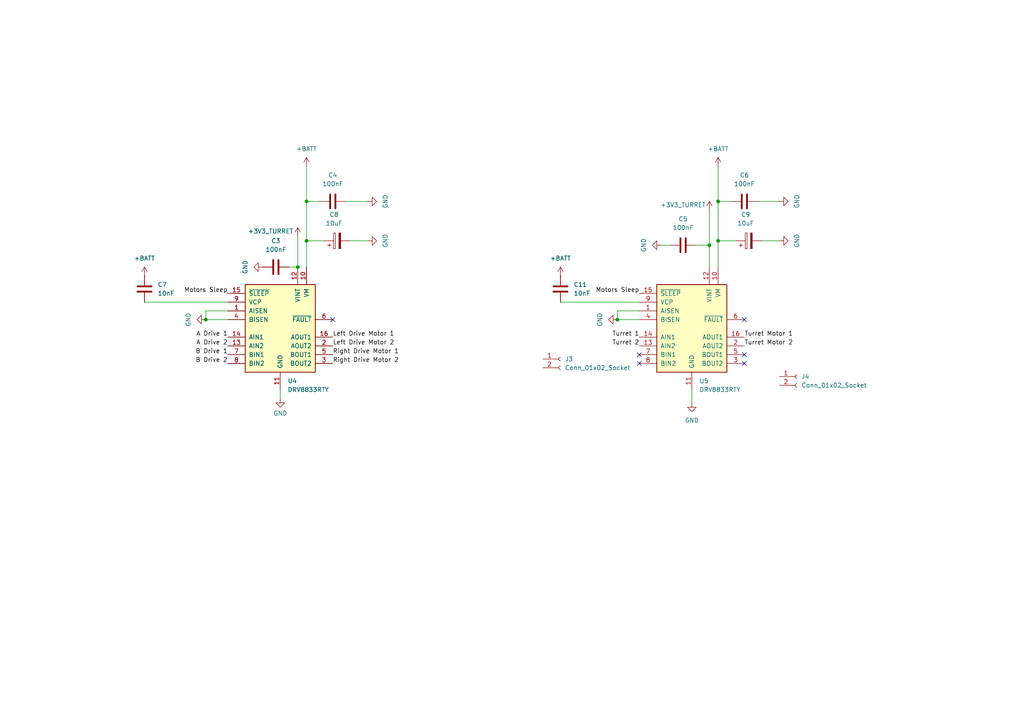
<source format=kicad_sch>
(kicad_sch (version 20250114) (generator "eeschema") (generator_version "9.0")
  (paper "A4")
  (lib_symbols
    (symbol "Connector:Conn_01x02_Socket" (pin_names (offset 1.016) (hide yes))
      (property "Reference" "J" (at 0 2.54 0))
      (property "Value" "Conn_01x02_Socket" (at 0 -5.08 0))
      (symbol "Conn_01x02_Socket_1_1"
        (polyline (pts (xy -1.27 0) (xy -0.508 0)) (stroke (width 0.1524)))
        (polyline (pts (xy -1.27 -2.54) (xy -0.508 -2.54)) (stroke (width 0.1524)))
        (arc (start 0 -0.508) (mid -0.5058 0) (end 0 0.508) (stroke (width 0.1524)))
        (arc (start 0 -3.048) (mid -0.5058 -2.54) (end 0 -2.032) (stroke (width 0.1524)))
        (pin passive line (at -5.08 0 0) (length 3.81) (name "Pin_1") (number "1"))
        (pin passive line (at -5.08 -2.54 0) (length 3.81) (name "Pin_2") (number "2"))
      )
    )
    (symbol "Device:C" (pin_numbers (hide yes)) (pin_names (offset 0.254))
      (property "Reference" "C" (at 0.635 2.54 0))
      (property "Value" "C" (at 0.635 -2.54 0))
      (symbol "C_0_1"
        (polyline (pts (xy -2.032 0.762) (xy 2.032 0.762)) (stroke (width 0.508)))
        (polyline (pts (xy -2.032 -0.762) (xy 2.032 -0.762)) (stroke (width 0.508)))
      )
      (symbol "C_1_1"
        (pin passive line (at 0 3.81 270) (length 2.794) (name "~") (number "1"))
        (pin passive line (at 0 -3.81 90) (length 2.794) (name "~") (number "2"))
      )
    )
    (symbol "Device:C_Polarized" (pin_numbers (hide yes)) (pin_names (offset 0.254))
      (property "Reference" "C" (at 0.635 2.54 0))
      (property "Value" "C_Polarized" (at 0.635 -2.54 0))
      (symbol "C_Polarized_0_1"
        (rectangle (start -2.286 0.508) (end 2.286 1.016))
        (polyline (pts (xy -1.778 2.286) (xy -0.762 2.286)))
        (polyline (pts (xy -1.27 2.794) (xy -1.27 1.778)))
        (rectangle (start 2.286 -0.508) (end -2.286 -1.016) (fill (type outline)))
      )
      (symbol "C_Polarized_1_1"
        (pin passive line (at 0 3.81 270) (length 2.794) (name "~") (number "1"))
        (pin passive line (at 0 -3.81 90) (length 2.794) (name "~") (number "2"))
      )
    )
    (symbol "Driver_Motor:DRV8833RTY" (pin_names (offset 1.016))
      (property "Reference" "U" (at -3.81 16.51 0))
      (property "Value" "DRV8833RTY" (at -3.81 13.97 0))
      (symbol "DRV8833RTY_0_1"
        (rectangle (start -10.16 12.7) (end 10.16 -12.7) (stroke (width 0.254)) (fill (type background)))
      )
      (symbol "DRV8833RTY_1_1"
        (pin input line (at -15.24 10.16 0) (length 5.08) (name "~{SLEEP}") (number "15"))
        (pin bidirectional line (at -15.24 7.62 0) (length 5.08) (name "VCP") (number "9"))
        (pin bidirectional line (at -15.24 5.08 0) (length 5.08) (name "AISEN") (number "1"))
        (pin bidirectional line (at -15.24 2.54 0) (length 5.08) (name "BISEN") (number "4"))
        (pin input line (at -15.24 -2.54 0) (length 5.08) (name "AIN1") (number "14"))
        (pin input line (at -15.24 -5.08 0) (length 5.08) (name "AIN2") (number "13"))
        (pin input line (at -15.24 -7.62 0) (length 5.08) (name "BIN1") (number "7"))
        (pin input line (at -15.24 -10.16 0) (length 5.08) (name "BIN2") (number "8"))
        (pin power_in line (at 0 -17.78 90) (length 5.08) (name "GND") (number "11"))
        (pin passive line (at 0 -17.78 90) (length 5.08) (hide yes) (name "GND") (number "17"))
        (pin power_in line (at 5.08 17.78 270) (length 5.08) (name "VINT") (number "12"))
        (pin power_in line (at 7.62 17.78 270) (length 5.08) (name "VM") (number "10"))
        (pin open_collector line (at 15.24 2.54 180) (length 5.08) (name "~{FAULT}") (number "6"))
        (pin power_out line (at 15.24 -2.54 180) (length 5.08) (name "AOUT1") (number "16"))
        (pin power_out line (at 15.24 -5.08 180) (length 5.08) (name "AOUT2") (number "2"))
        (pin power_out line (at 15.24 -7.62 180) (length 5.08) (name "BOUT1") (number "5"))
        (pin power_out line (at 15.24 -10.16 180) (length 5.08) (name "BOUT2") (number "3"))
      )
    )
    (symbol "power:+BATT" (power) (pin_numbers (hide yes)) (pin_names (offset 0) (hide yes))
      (property "Value" "+BATT" (at 0 3.556 0))
      (symbol "+BATT_0_1"
        (polyline (pts (xy -0.762 1.27) (xy 0 2.54)))
        (polyline (pts (xy 0 2.54) (xy 0.762 1.27)))
        (polyline (pts (xy 0 0) (xy 0 2.54)))
      )
      (symbol "+BATT_1_1"
        (pin power_in line (at 0 0 90) (length 0) (name "~") (number "1"))
      )
    )
    (symbol "power:GND" (power) (pin_numbers (hide yes)) (pin_names (offset 0) (hide yes))
      (property "Value" "GND" (at 0 -3.81 0))
      (symbol "GND_0_1"
        (polyline (pts (xy 0 0) (xy 0 -1.27) (xy 1.27 -1.27) (xy 0 -2.54) (xy -1.27 -1.27) (xy 0 -1.27)))
      )
      (symbol "GND_1_1"
        (pin power_in line (at 0 0 270) (length 0) (name "~") (number "1"))
      )
    )
  )
  (junction (at 59.69 92.71))
  (junction (at 208.28 69.85))
  (junction (at 88.9 58.42))
  (junction (at 205.74 71.12))
  (junction (at 179.07 92.71))
  (junction (at 88.9 69.85))
  (junction (at 208.28 58.42))
  (junction (at 86.36 77.47))
  (no_connect (at 215.9 102.87))
  (no_connect (at 215.9 92.71))
  (no_connect (at 185.42 105.41))
  (no_connect (at 96.52 92.71))
  (no_connect (at 185.42 102.87))
  (no_connect (at 215.9 105.41))
  (wire (pts (xy 86.36 68.58) (xy 86.36 77.47)))
  (wire (pts (xy 200.66 113.03) (xy 200.66 116.84)))
  (wire (pts (xy 59.69 90.17) (xy 59.69 92.71)))
  (wire (pts (xy 59.69 92.71) (xy 66.04 92.71)))
  (wire (pts (xy 191.77 71.12) (xy 194.31 71.12)))
  (wire (pts (xy 66.04 90.17) (xy 59.69 90.17)))
  (wire (pts (xy 81.28 115.57) (xy 81.28 113.03)))
  (wire (pts (xy 162.56 87.63) (xy 185.42 87.63)))
  (wire (pts (xy 88.9 58.42) (xy 92.71 58.42)))
  (wire (pts (xy 88.9 58.42) (xy 88.9 69.85)))
  (wire (pts (xy 101.6 69.85) (xy 106.68 69.85)))
  (wire (pts (xy 88.9 69.85) (xy 88.9 77.47)))
  (wire (pts (xy 100.33 58.42) (xy 106.68 58.42)))
  (wire (pts (xy 179.07 90.17) (xy 179.07 92.71)))
  (wire (pts (xy 208.28 69.85) (xy 208.28 77.47)))
  (wire (pts (xy 88.9 48.26) (xy 88.9 58.42)))
  (wire (pts (xy 208.28 69.85) (xy 213.36 69.85)))
  (wire (pts (xy 201.93 71.12) (xy 205.74 71.12)))
  (wire (pts (xy 185.42 90.17) (xy 179.07 90.17)))
  (wire (pts (xy 205.74 60.96) (xy 205.74 71.12)))
  (wire (pts (xy 41.91 87.63) (xy 66.04 87.63)))
  (wire (pts (xy 208.28 58.42) (xy 208.28 69.85)))
  (wire (pts (xy 208.28 48.26) (xy 208.28 58.42)))
  (wire (pts (xy 208.28 58.42) (xy 212.09 58.42)))
  (wire (pts (xy 219.71 58.42) (xy 226.06 58.42)))
  (wire (pts (xy 205.74 71.12) (xy 205.74 77.47)))
  (wire (pts (xy 83.82 77.47) (xy 86.36 77.47)))
  (wire (pts (xy 220.98 69.85) (xy 226.06 69.85)))
  (wire (pts (xy 179.07 92.71) (xy 185.42 92.71)))
  (wire (pts (xy 88.9 69.85) (xy 93.98 69.85)))
  (label "Turret 2" (at 185.42 100.33 180))
  (label "Left Drive Motor 2" (at 96.52 100.33 0))
  (label "A Drive 2" (at 66.04 100.33 180))
  (label "Right Drive Motor 2" (at 96.52 105.41 0))
  (label "Turret Motor 2" (at 215.9 100.33 0))
  (label "Turret 1" (at 185.42 97.79 180))
  (label "Left Drive Motor 1" (at 96.52 97.79 0))
  (label "Right Drive Motor 1" (at 96.52 102.87 0))
  (label "Motors Sleep" (at 66.04 85.09 180))
  (label "B Drive 2" (at 66.04 105.41 180))
  (label "A Drive 1" (at 66.04 97.79 180))
  (label "Turret Motor 1" (at 215.9 97.79 0))
  (label "Motors Sleep" (at 185.42 85.09 180))
  (label "B Drive 1" (at 66.04 102.87 180))
  (symbol (lib_id "Connector:Conn_01x02_Socket") (at 162.56 104.14 0) (unit 1)
    (property "Reference" "J3" (at 163.83 104.1399 0) (effects (justify left)))
    (property "Value" "Conn_01x02_Socket" (at 163.83 106.6799 0) (effects (justify left)))
    (property "Description" "Generic connector, single row, 01x02, script generated" (effects (hide yes)))
  )
  (symbol (lib_id "power:GND") (at 179.07 92.71 270) (unit 1)
    (property "Reference" "#PWR028" (effects (hide yes)))
    (property "Value" "GND" (at 173.99 92.71 0))
    (property "Description" "Power symbol creates a global label with name \"GND\" , ground" (effects (hide yes)))
  )
  (symbol (lib_id "Device:C") (at 80.01 77.47 90) (unit 1)
    (property "Reference" "C3" (at 80.01 69.85 90))
    (property "Value" "100nF" (at 80.01 72.39 90))
    (property "Description" "Unpolarized capacitor" (effects (hide yes)))
  )
  (symbol (lib_id "Driver_Motor:DRV8833RTY") (at 200.66 95.25 0) (unit 1)
    (property "Reference" "U5" (at 202.8033 110.49 0) (effects (justify left)))
    (property "Value" "DRV8833RTY" (at 202.8033 113.03 0) (effects (justify left)))
    (property "Footprint" "Package_DFN_QFN:Texas_RTY_WQFN-16-1EP_4x4mm_P0.65mm_EP2.1x2.1mm_ThermalVias" (effects (hide yes)))
    (property "Datasheet" "http://www.ti.com/lit/ds/symlink/drv8833.pdf" (effects (hide yes)))
    (property "Description" "Dual H-Bridge Motor Driver, WQFN-16" (effects (hide yes)))
  )
  (symbol (lib_id "power:+BATT") (at 41.91 80.01 0) (unit 1)
    (property "Reference" "#PWR041" (effects (hide yes)))
    (property "Value" "+BATT" (at 41.91 74.93 0))
    (property "Description" "Power symbol creates a global label with name \"+BATT\"" (effects (hide yes)))
  )
  (symbol (lib_id "power:GND") (at 191.77 71.12 270) (unit 1)
    (property "Reference" "#PWR019" (effects (hide yes)))
    (property "Value" "GND" (at 186.69 71.12 0))
    (property "Description" "Power symbol creates a global label with name \"GND\" , ground" (effects (hide yes)))
  )
  (symbol (lib_id "power:GND") (at 106.68 58.42 90) (unit 1)
    (property "Reference" "#PWR012" (effects (hide yes)))
    (property "Value" "GND" (at 111.76 58.42 0))
    (property "Description" "Power symbol creates a global label with name \"GND\" , ground" (effects (hide yes)))
  )
  (symbol (lib_id "power:GND") (at 226.06 69.85 90) (unit 1)
    (property "Reference" "#PWR024" (effects (hide yes)))
    (property "Value" "GND" (at 231.14 69.85 0))
    (property "Description" "Power symbol creates a global label with name \"GND\" , ground" (effects (hide yes)))
  )
  (symbol (lib_id "Device:C") (at 41.91 83.82 0) (unit 1)
    (property "Reference" "C7" (at 45.72 82.5499 0) (effects (justify left)))
    (property "Value" "10nF" (at 45.72 85.0899 0) (effects (justify left)))
    (property "Description" "Unpolarized capacitor" (effects (hide yes)))
  )
  (symbol (lib_id "power:+BATT") (at 162.56 80.01 0) (unit 1)
    (property "Reference" "#PWR042" (effects (hide yes)))
    (property "Value" "+BATT" (at 162.56 74.93 0))
    (property "Description" "Power symbol creates a global label with name \"+BATT\"" (effects (hide yes)))
  )
  (symbol (lib_id "Device:C") (at 198.12 71.12 90) (unit 1)
    (property "Reference" "C5" (at 198.12 63.5 90))
    (property "Value" "100nF" (at 198.12 66.04 90))
    (property "Description" "Unpolarized capacitor" (effects (hide yes)))
  )
  (symbol (lib_id "Connector:Conn_01x02_Socket") (at 231.14 109.22 0) (unit 1)
    (property "Reference" "J4" (at 232.41 109.2199 0) (effects (justify left)))
    (property "Value" "Conn_01x02_Socket" (at 232.41 111.7599 0) (effects (justify left)))
    (property "Description" "Generic connector, single row, 01x02, script generated" (effects (hide yes)))
  )
  (symbol (lib_id "power:+BATT") (at 205.74 60.96 0) (unit 1)
    (property "Reference" "#PWR021" (effects (hide yes)))
    (property "Value" "+3V3_TURRET" (at 198.12 59.436 0))
    (property "Description" "Power symbol creates a global label with name \"+BATT\"" (effects (hide yes)))
  )
  (symbol (lib_id "Device:C_Polarized") (at 97.79 69.85 90) (unit 1)
    (property "Reference" "C8" (at 96.901 62.23 90))
    (property "Value" "10uF" (at 96.901 64.77 90))
    (property "Footprint" "Capacitor_SMD:CP_Elec_4x5.8" (effects (hide yes)))
    (property "Description" "Polarized capacitor" (effects (hide yes)))
  )
  (symbol (lib_id "power:GND") (at 59.69 92.71 270) (unit 1)
    (property "Reference" "#PWR029" (effects (hide yes)))
    (property "Value" "GND" (at 54.61 92.71 0))
    (property "Description" "Power symbol creates a global label with name \"GND\" , ground" (effects (hide yes)))
  )
  (symbol (lib_id "Device:C") (at 96.52 58.42 270) (unit 1)
    (property "Reference" "C4" (at 96.52 50.8 90))
    (property "Value" "100nF" (at 96.52 53.34 90))
    (property "Description" "Unpolarized capacitor" (effects (hide yes)))
  )
  (symbol (lib_id "Driver_Motor:DRV8833RTY") (at 81.28 95.25 0) (unit 1)
    (property "Reference" "U4" (at 83.4233 110.49 0) (effects (justify left)))
    (property "Value" "DRV8833RTY" (at 83.4233 113.03 0) (effects (justify left)))
    (property "Footprint" "Package_DFN_QFN:Texas_RTY_WQFN-16-1EP_4x4mm_P0.65mm_EP2.1x2.1mm_ThermalVias" (effects (hide yes)))
    (property "Datasheet" "http://www.ti.com/lit/ds/symlink/drv8833.pdf" (effects (hide yes)))
    (property "Description" "Dual H-Bridge Motor Driver, WQFN-16" (effects (hide yes)))
  )
  (symbol (lib_id "power:+BATT") (at 88.9 48.26 0) (unit 1)
    (property "Reference" "#PWR013" (effects (hide yes)))
    (property "Value" "+BATT" (at 88.9 43.18 0))
    (property "Description" "Power symbol creates a global label with name \"+BATT\"" (effects (hide yes)))
  )
  (symbol (lib_id "power:GND") (at 200.66 116.84 0) (unit 1)
    (property "Reference" "#PWR020" (effects (hide yes)))
    (property "Value" "GND" (at 200.66 121.92 0))
    (property "Description" "Power symbol creates a global label with name \"GND\" , ground" (effects (hide yes)))
  )
  (symbol (lib_id "power:+BATT") (at 208.28 48.26 0) (unit 1)
    (property "Reference" "#PWR022" (effects (hide yes)))
    (property "Value" "+BATT" (at 208.28 43.18 0))
    (property "Description" "Power symbol creates a global label with name \"+BATT\"" (effects (hide yes)))
  )
  (symbol (lib_id "Device:C") (at 215.9 58.42 270) (unit 1)
    (property "Reference" "C6" (at 215.9 50.8 90))
    (property "Value" "100nF" (at 215.9 53.34 90))
    (property "Description" "Unpolarized capacitor" (effects (hide yes)))
  )
  (symbol (lib_id "Device:C") (at 162.56 83.82 0) (unit 1)
    (property "Reference" "C11" (at 166.37 82.5499 0) (effects (justify left)))
    (property "Value" "10nF" (at 166.37 85.0899 0) (effects (justify left)))
    (property "Description" "Unpolarized capacitor" (effects (hide yes)))
  )
  (symbol (lib_id "power:+BATT") (at 86.36 68.58 0) (unit 1)
    (property "Reference" "#PWR06" (effects (hide yes)))
    (property "Value" "+3V3_TURRET" (at 78.486 67.056 0))
    (property "Description" "Power symbol creates a global label with name \"+BATT\"" (effects (hide yes)))
  )
  (symbol (lib_id "power:GND") (at 81.28 115.57 0) (unit 1)
    (property "Reference" "#PWR044" (effects (hide yes)))
    (property "Value" "GND" (at 81.28 119.888 0))
    (property "Description" "Power symbol creates a global label with name \"GND\" , ground" (effects (hide yes)))
  )
  (symbol (lib_id "Device:C_Polarized") (at 217.17 69.85 90) (unit 1)
    (property "Reference" "C9" (at 216.281 62.23 90))
    (property "Value" "10uF" (at 216.281 64.77 90))
    (property "Footprint" "Capacitor_SMD:CP_Elec_4x5.8" (effects (hide yes)))
    (property "Description" "Polarized capacitor" (effects (hide yes)))
  )
  (symbol (lib_id "power:GND") (at 226.06 58.42 90) (unit 1)
    (property "Reference" "#PWR023" (effects (hide yes)))
    (property "Value" "GND" (at 231.14 58.42 0))
    (property "Description" "Power symbol creates a global label with name \"GND\" , ground" (effects (hide yes)))
  )
  (symbol (lib_id "power:GND") (at 106.68 69.85 90) (unit 1)
    (property "Reference" "#PWR011" (effects (hide yes)))
    (property "Value" "GND" (at 111.76 69.85 0))
    (property "Description" "Power symbol creates a global label with name \"GND\" , ground" (effects (hide yes)))
  )
  (symbol (lib_id "power:GND") (at 76.2 77.47 270) (unit 1)
    (property "Reference" "#PWR014" (effects (hide yes)))
    (property "Value" "GND" (at 71.12 77.47 0))
    (property "Description" "Power symbol creates a global label with name \"GND\" , ground" (effects (hide yes)))
  )
)
</source>
